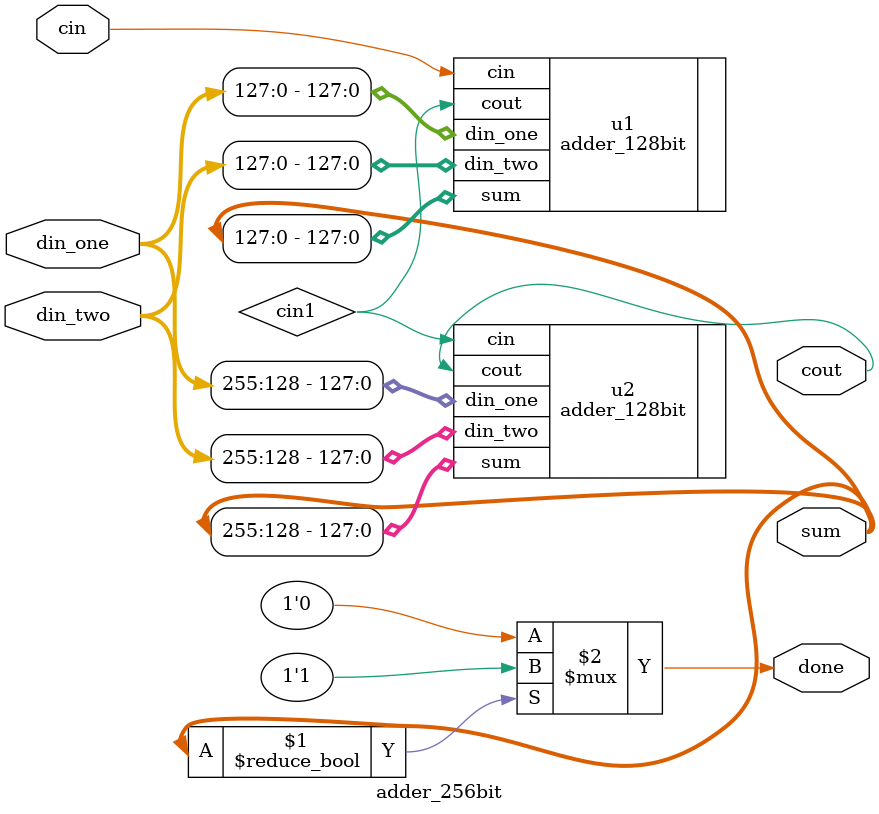
<source format=v>
module adder_256bit (
    input [255:0] din_one,
    input [255:0] din_two,
    input cin,
    output [255:0] sum,
    output cout,
    output done
);
 
wire cin1;
assign done = (sum)?1'b1:1'b0;

adder_128bit u1(
    .din_one(din_one[127:0]),
    .din_two(din_two[127:0]),
    .cin(cin),
    .sum(sum[127:0]),
    .cout(cin1)
);

adder_128bit u2(
    .din_one(din_one[255:128]),
    .din_two(din_two[255:128]),
    .cin(cin1),
    .sum(sum[255:128]),
    .cout(cout)
);
 
endmodule //full_adder
</source>
